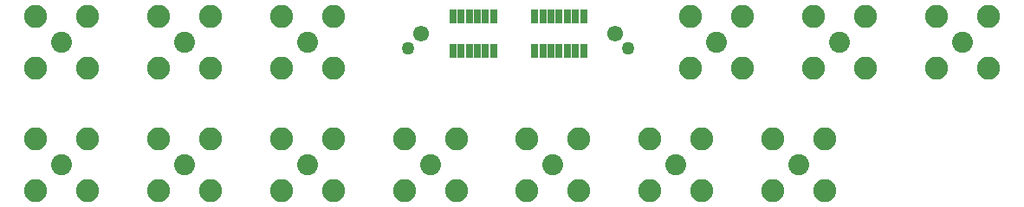
<source format=gbr>
%TF.GenerationSoftware,KiCad,Pcbnew,8.0.2-1*%
%TF.CreationDate,2024-09-17T16:57:38-04:00*%
%TF.ProjectId,Dummy Board,44756d6d-7920-4426-9f61-72642e6b6963,rev?*%
%TF.SameCoordinates,Original*%
%TF.FileFunction,Soldermask,Top*%
%TF.FilePolarity,Negative*%
%FSLAX46Y46*%
G04 Gerber Fmt 4.6, Leading zero omitted, Abs format (unit mm)*
G04 Created by KiCad (PCBNEW 8.0.2-1) date 2024-09-17 16:57:38*
%MOMM*%
%LPD*%
G01*
G04 APERTURE LIST*
G04 Aperture macros list*
%AMRoundRect*
0 Rectangle with rounded corners*
0 $1 Rounding radius*
0 $2 $3 $4 $5 $6 $7 $8 $9 X,Y pos of 4 corners*
0 Add a 4 corners polygon primitive as box body*
4,1,4,$2,$3,$4,$5,$6,$7,$8,$9,$2,$3,0*
0 Add four circle primitives for the rounded corners*
1,1,$1+$1,$2,$3*
1,1,$1+$1,$4,$5*
1,1,$1+$1,$6,$7*
1,1,$1+$1,$8,$9*
0 Add four rect primitives between the rounded corners*
20,1,$1+$1,$2,$3,$4,$5,0*
20,1,$1+$1,$4,$5,$6,$7,0*
20,1,$1+$1,$6,$7,$8,$9,0*
20,1,$1+$1,$8,$9,$2,$3,0*%
G04 Aperture macros list end*
%ADD10C,2.250000*%
%ADD11C,2.050000*%
%ADD12C,1.552000*%
%ADD13RoundRect,0.102000X-0.250000X-0.600000X0.250000X-0.600000X0.250000X0.600000X-0.250000X0.600000X0*%
%ADD14C,1.270000*%
G04 APERTURE END LIST*
D10*
%TO.C,REF\u002A\u002A6*%
X220740000Y-99540000D03*
X220740000Y-94460000D03*
X215660000Y-99540000D03*
X215660000Y-94460000D03*
D11*
X218200000Y-97000000D03*
%TD*%
%TO.C,REF\u002A\u002A7*%
X130200000Y-109000000D03*
D10*
X127660000Y-106460000D03*
X127660000Y-111540000D03*
X132740000Y-106460000D03*
X132740000Y-111540000D03*
%TD*%
D11*
%TO.C,REF\u002A\u002A11*%
X178200000Y-109000000D03*
D10*
X175660000Y-106460000D03*
X175660000Y-111540000D03*
X180740000Y-106460000D03*
X180740000Y-111540000D03*
%TD*%
D11*
%TO.C,REF\u002A\u002A12*%
X190200000Y-109000000D03*
D10*
X187660000Y-106460000D03*
X187660000Y-111540000D03*
X192740000Y-106460000D03*
X192740000Y-111540000D03*
%TD*%
D11*
%TO.C,REF\u002A\u002A2*%
X142200000Y-97000000D03*
D10*
X139660000Y-94460000D03*
X139660000Y-99540000D03*
X144740000Y-94460000D03*
X144740000Y-99540000D03*
%TD*%
D11*
%TO.C,REF\u002A\u002A8*%
X142200000Y-109000000D03*
D10*
X139660000Y-106460000D03*
X139660000Y-111540000D03*
X144740000Y-106460000D03*
X144740000Y-111540000D03*
%TD*%
D11*
%TO.C,REF\u002A\u002A9*%
X154200000Y-109000000D03*
D10*
X151660000Y-106460000D03*
X151660000Y-111540000D03*
X156740000Y-106460000D03*
X156740000Y-111540000D03*
%TD*%
D11*
%TO.C,REF\u002A\u002A1*%
X130200000Y-97000000D03*
D10*
X127660000Y-94460000D03*
X127660000Y-99540000D03*
X132740000Y-94460000D03*
X132740000Y-99540000D03*
%TD*%
D11*
%TO.C,REF\u002A\u002A10*%
X166200000Y-109000000D03*
D10*
X163660000Y-106460000D03*
X163660000Y-111540000D03*
X168740000Y-106460000D03*
X168740000Y-111540000D03*
%TD*%
%TO.C,REF\u002A\u002A4*%
X196740000Y-99540000D03*
X196740000Y-94460000D03*
X191660000Y-99540000D03*
X191660000Y-94460000D03*
D11*
X194200000Y-97000000D03*
%TD*%
D10*
%TO.C,REF\u002A\u002A5*%
X208740000Y-99540000D03*
X208740000Y-94460000D03*
X203660000Y-99540000D03*
X203660000Y-94460000D03*
D11*
X206200000Y-97000000D03*
%TD*%
D12*
%TO.C,REF\u002A\u002A*%
X184295000Y-96100000D03*
X165305000Y-96100000D03*
D13*
X181200000Y-94400000D03*
X181200000Y-97800000D03*
X180400000Y-94400000D03*
X180400000Y-97800000D03*
X179600000Y-94400000D03*
X179600000Y-97800000D03*
X178800000Y-94400000D03*
X178800000Y-97800000D03*
X178000000Y-94400000D03*
X178000000Y-97800000D03*
X177200000Y-94400000D03*
X177200000Y-97800000D03*
X176400000Y-94400000D03*
X176400000Y-97800000D03*
X172400000Y-94400000D03*
X172400000Y-97800000D03*
X171600000Y-94400000D03*
X171600000Y-97800000D03*
X170800000Y-94400000D03*
X170800000Y-97800000D03*
X170000000Y-94400000D03*
X170000000Y-97800000D03*
X169200000Y-94400000D03*
X169200000Y-97800000D03*
X168400000Y-94400000D03*
X168400000Y-97800000D03*
D14*
X185545000Y-97600000D03*
X164055000Y-97600000D03*
%TD*%
D11*
%TO.C,REF\u002A\u002A13*%
X202200000Y-109000000D03*
D10*
X199660000Y-106460000D03*
X199660000Y-111540000D03*
X204740000Y-106460000D03*
X204740000Y-111540000D03*
%TD*%
D11*
%TO.C,REF\u002A\u002A3*%
X154200000Y-97000000D03*
D10*
X151660000Y-94460000D03*
X151660000Y-99540000D03*
X156740000Y-94460000D03*
X156740000Y-99540000D03*
%TD*%
M02*

</source>
